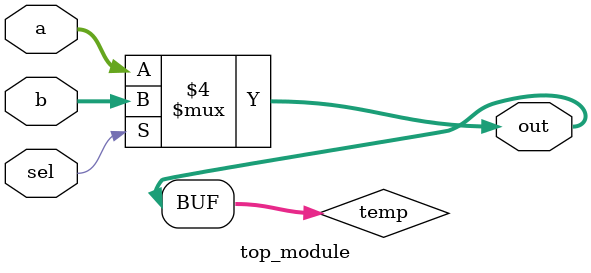
<source format=sv>
module top_module (
    input [99:0] a,
    input [99:0] b,
    input sel,
    output [99:0] out
);

    reg [99:0] temp; 
    
    always @(*) begin
        if (sel == 0)
            temp = a;
        else
            temp = b;
    end
    
    assign out = temp;
    
endmodule

</source>
